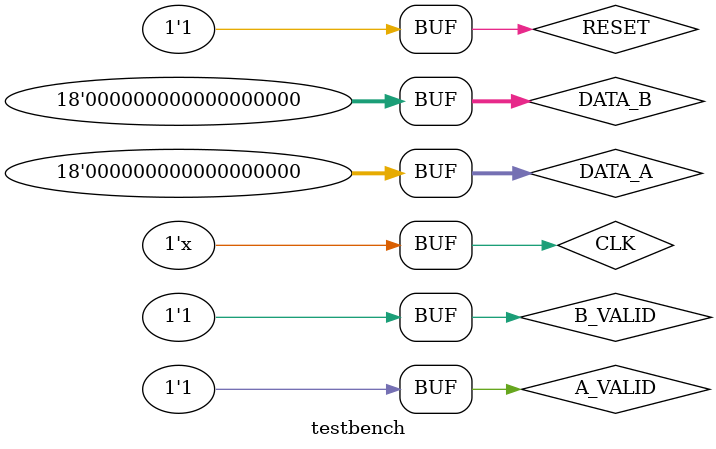
<source format=v>
`include "pulse_generator.v"
module mac_module(
   input wire clk,
   input wire reset,   //synchronous
   input wire [17:0] data_a,data_b,
   input wire a_valid,b_valid,
   output wire p_ready,
   output wire [47:0] data_p
   );

   wire clock_enable;
   reg [47:0] PCIN;
   reg [7:0] OPMODE;

   reg [1:0] count; 

   reg next_signal;
   wire valid_inputs;
   reg p_ready_pulse_generator;

   assign valid_inputs = a_valid & b_valid;

	// DSP48A1: 48-bit Multi-Functional Arithmetic Block
   //          Spartan-6
   // Xilinx HDL Language Template, version 14.7
	
   DSP48A1 #(
      .A0REG(0),              // First stage A input pipeline register (0/1)
      .A1REG(1),              // Second stage A input pipeline register (0/1)
      .B0REG(0),              // First stage B input pipeline register (0/1)
      .B1REG(1),              // Second stage B input pipeline register (0/1)
      .CARRYINREG(0),         // CARRYIN input pipeline register (0/1)
      .CARRYINSEL("OPMODE5"), // Specify carry-in source, "CARRYIN" or "OPMODE5" 
      .CARRYOUTREG(0),        // CARRYOUT output pipeline register (0/1)
      .CREG(0),               // C input pipeline register (0/1)
      .DREG(0),               // D pre-adder input pipeline register (0/1)
      .MREG(0),               // M pipeline register (0/1)
      .OPMODEREG(1),          // Enable=1/disable=0 OPMODE input pipeline registers
      .PREG(1),               // P output pipeline register (0/1)
      .RSTTYPE("SYNC")        // Specify reset type, "SYNC" or "ASYNC" 
   )
   DSP48A1_inst (
      // Cascade Ports: 18-bit (each) output: Ports to cascade from one DSP48 to another
         // .BCOUT(bcout),           // 18-bit output: B port cascade output                                               UNCONNECTED
         // .PCOUT(PCOUT),           // 48-bit output: P cascade output (if used, connect to PCIN of another DSP48A1)      UNCONNECTED
      // Data Ports: 1-bit (each) output: Data input and output ports
         // .CARRYOUT(CARRYOUT),     // 1-bit output: carry output (if used, connect to CARRYIN pin of another             UNCONNECTED
                                  // DSP48A1)

         // .CARRYOUTF(CARRYOUTF),   // 1-bit output: fabric carry output                                                  UNCONNECTED
         // .M(data_m),                   // 36-bit output: fabric multiplier data output                                  UNCONNECTED
         .P(data_p),                   // 48-bit output: data output                                                       OUTPUT
      // Cascade Ports: 48-bit (each) input: Ports to cascade from one DSP48 to another
         .PCIN(48'b0),             // 48-bit input: P cascade input (if used, connect to PCOUT of another DSP48A1)         PRE-DEFINED
      // Control Input Ports: 1-bit (each) input: Clocking and operation mode
         .CLK(clk),               // 1-bit input: clock Input                                                              INPUT
         .OPMODE(OPMODE),         // 8-bit input: operation mode Input                                                     DEFINED
      // Data Ports: 18-bit (each) input: Data input and output ports
         .A(data_a),                   // 18-bit input: A data Input                                                       INPUT
         .B(data_b),                   // 18-bit input: B data input (connected to fabric or BCOUT of adjacent DSP48A1)    INPUT
         // .C(data_c),                   // 48-bit input: C data input                                                    UNCONNECTED
         // .CARRYIN(CARRYIN),       // 1-bit input: carry input signal (if used, connect to CARRYOUT pin of another       UNCONNECTED
                                  // DSP48A1)

         // .D(data_d),                   // 18-bit input: B pre-adder data Input                                          UNCONNECTED
      // Reset/Clock Enable Input Ports: 1-bit (each) input: Reset and enable input ports
         .CEA(clock_enable),      // 1-bit input: active high clock enable input for A registers                           DEFINED
         .CEB(clock_enable),      // 1-bit input: active high clock enable input for B registers                           DEFINED
         .CEC(1'b1),               // 1-bit input: active high clock enable input for C registers                          PRE-DEFINED
         .CECARRYIN(1'b1),   // 1-bit input: active high clock enable input for CARRYIN registers                          PRE-DEFINED
         .CED(1'b1),               // 1-bit input: active high clock enable input for D registers                          PRE-DEFINED
         .CEM(clock_enable),      // 1-bit input: active high clock enable input for multiplier registers                  DEFINED
         .CEOPMODE(1'b1),     // 1-bit input: active high clock enable input for OPMODE registers                          PRE-DEFINED
         .CEP(clock_enable),      // 1-bit input: active high clock enable input for P registers                           DEFINED
         .RSTA(reset),            // 1-bit input: reset input for A pipeline registers                                     DEFINED
         .RSTB(reset),            // 1-bit input: reset input for B pipeline registers                                     DEFINED
         .RSTC(reset),            // 1-bit input: reset input for C pipeline registers                                     DEFINED
         .RSTCARRYIN(reset),      // 1-bit input: reset input for CARRYIN pipeline registers                               DEFINED
         .RSTD(reset),            // 1-bit input: reset input for D pipeline registers                                     DEFINED
         .RSTM(reset),            // 1-bit input: reset input for M pipeline registers                                     DEFINED
         .RSTOPMODE(reset),       // 1-bit input: reset input for OPMODE pipeline registers                                DEFINED
         .RSTP(reset)             // 1-bit input: reset input for P pipeline registers                                     DEFINED
   );
   // End of DSP48A1_inst instantiation
	
   pulse_generator #(
      .PULSE_WIDTH(32'd1)
      ) p5(
      .clk(clk),
      .generate_pulse_when_high(valid_inputs), // pulse generator
      .pulse(clock_enable) // generates a PULSE on p_ready
      );

   pulse_generator #(
      .PULSE_WIDTH(32'd1)
      ) p4(
      .clk(clk),
      .generate_pulse_when_high(valid_inputs), // pulse generator
      .pulse(p_ready) // generates a PULSE on p_ready
      );   

   initial begin
      p_ready_pulse_generator = 0;
      count = 0;
      // clock_enable <= 0;
      OPMODE[1:0]  <= 1;      // Use multiplier product
      OPMODE[3:2]  <= 2;      // Use the P out signal
      OPMODE[4]    <= 0;      // Pre Adder ----> Not Needed
      OPMODE[5]    <= 0;      // Force Carry
      OPMODE[6]    <= 0;      // Pre Adder ----> Add 
      OPMODE[7]    <= 0;      // Post Adder ---> Add
   end //initial	
	
   // always @ (posedge clk) begin
   //    next_signal = valid_inputs;
   // end

	// always @(posedge clk) begin
 //      if(valid_inputs) begin
 //         // clock_enable <= 1;
 //         count <= count + 1;
 //        if(count == 2) begin
 //            p_ready_pulse_generator <= ~ p_ready_pulse_generator;
	// 			count = 0;
 //        end // if(count == 2) 
 //      end // if(valid_inputs)
 //      // else begin
 //      //    // clock_enable <= 0;
 //      // end // else(valid_inputs)
	// end // always

   // always @(posedge clk) begin
   //    p_ready_pulse_generator <= ~ p_ready_pulse_generator;
   // end 

endmodule // module mac_module

module testbench();
   reg CLK;
   reg RESET;
   reg [17:0] DATA_A,DATA_B;
   wire [47:0] DATA_P;
   // wire [35:0] DATA_M;
   // wire [17:0] BCOUT;
   reg A_VALID,B_VALID;
	wire P_READY;

   // reg toggle;
   reg [47:0] p_out;

   mac_module m(
      .clk(CLK),
      .reset(RESET),
      .data_a(DATA_A),
      .data_b(DATA_B),
      .data_p(DATA_P),
      .a_valid(A_VALID),
      .b_valid(B_VALID),
      .p_ready(P_READY)
      );

   // pulse_generator #(
   //    .PULSE_WIDTH(32'd1)
   //    ) p5(
   //    .clk(CLK),
   //    .generate_pulse(toggle), // pulse generator
   //    .pulse(pulse_out) // generates a PULSE on p_ready
   //    );

   // initial begin
   //    toggle = 0;
   // end

   // always @(posedge CLK) begin

   initial begin
		p_out = 0;
      CLK = 0;
      DATA_A = 0;
      DATA_B = 0;
		A_VALID = 0;
		B_VALID = 0;
		RESET = 0;
   end

   always begin
      #5 CLK = ~ CLK;
   end

   initial begin
      #125 DATA_A = 20;
      DATA_B = 2;
      A_VALID = 1;
      B_VALID = 1;
      #10 A_VALID = 0;
      B_VALID = 0;

      #10 DATA_A = 2;
      DATA_B = 30;
      A_VALID = 1;
      B_VALID = 1;
      #10 A_VALID = 0;
      B_VALID = 0;
      
      #20 DATA_A = 30;
      DATA_B = 3;
      A_VALID = 1;
      B_VALID = 1;
      #10 A_VALID = 0;
      #10 B_VALID = 0;
      
      #30 DATA_A = 9;
      DATA_B = 10;
      A_VALID = 1;
      B_VALID = 1;
      #10 A_VALID = 0;
      B_VALID = 0;
		
		#40 DATA_A = 0;
      DATA_B = 0;
      A_VALID = 1;
      B_VALID = 1;
		#50 RESET = 1;
	end

   always @(posedge P_READY) begin
      p_out = DATA_P;
   end

endmodule // module testbench
</source>
